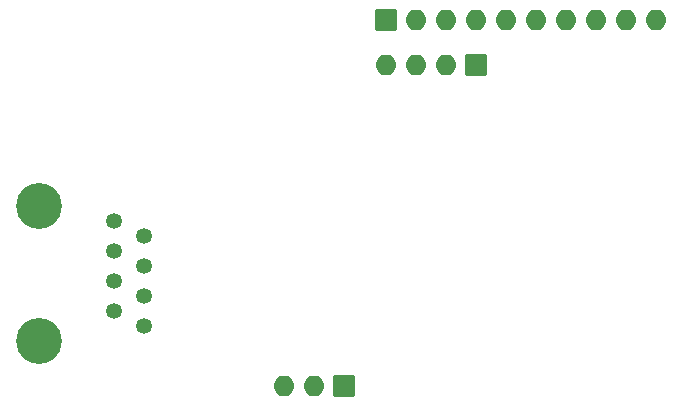
<source format=gbr>
%TF.GenerationSoftware,KiCad,Pcbnew,8.0.2*%
%TF.CreationDate,2024-05-12T14:55:06-05:00*%
%TF.ProjectId,GP2040-RE,47503230-3430-42d5-9245-2e6b69636164,rev?*%
%TF.SameCoordinates,Original*%
%TF.FileFunction,Soldermask,Bot*%
%TF.FilePolarity,Negative*%
%FSLAX46Y46*%
G04 Gerber Fmt 4.6, Leading zero omitted, Abs format (unit mm)*
G04 Created by KiCad (PCBNEW 8.0.2) date 2024-05-12 14:55:06*
%MOMM*%
%LPD*%
G01*
G04 APERTURE LIST*
G04 Aperture macros list*
%AMRoundRect*
0 Rectangle with rounded corners*
0 $1 Rounding radius*
0 $2 $3 $4 $5 $6 $7 $8 $9 X,Y pos of 4 corners*
0 Add a 4 corners polygon primitive as box body*
4,1,4,$2,$3,$4,$5,$6,$7,$8,$9,$2,$3,0*
0 Add four circle primitives for the rounded corners*
1,1,$1+$1,$2,$3*
1,1,$1+$1,$4,$5*
1,1,$1+$1,$6,$7*
1,1,$1+$1,$8,$9*
0 Add four rect primitives between the rounded corners*
20,1,$1+$1,$2,$3,$4,$5,0*
20,1,$1+$1,$4,$5,$6,$7,0*
20,1,$1+$1,$6,$7,$8,$9,0*
20,1,$1+$1,$8,$9,$2,$3,0*%
G04 Aperture macros list end*
%ADD10RoundRect,0.038100X-0.850000X0.850000X-0.850000X-0.850000X0.850000X-0.850000X0.850000X0.850000X0*%
%ADD11O,1.776200X1.776200*%
%ADD12RoundRect,0.038100X0.850000X-0.850000X0.850000X0.850000X-0.850000X0.850000X-0.850000X-0.850000X0*%
%ADD13C,1.346200*%
%ADD14C,3.886200*%
G04 APERTURE END LIST*
D10*
%TO.C,J4*%
X82042000Y-54356000D03*
D11*
X79502000Y-54356000D03*
X76962000Y-54356000D03*
X74422000Y-54356000D03*
%TD*%
D12*
%TO.C,J8*%
X74427000Y-50546000D03*
D11*
X76967000Y-50546000D03*
X79507000Y-50546000D03*
X82047000Y-50546000D03*
X84587000Y-50546000D03*
X87127000Y-50546000D03*
X89667000Y-50546000D03*
X92207000Y-50546000D03*
X94747000Y-50546000D03*
X97287000Y-50546000D03*
%TD*%
D13*
%TO.C,J7*%
X51447700Y-67589300D03*
X53987700Y-68859300D03*
X51447700Y-70129300D03*
X53987700Y-71399300D03*
X51447700Y-72669300D03*
X53987700Y-73939300D03*
X51447700Y-75209300D03*
X53987700Y-76479300D03*
D14*
X45097700Y-66319300D03*
X45097700Y-77749300D03*
%TD*%
D10*
%TO.C,J5*%
X70866000Y-81534000D03*
D11*
X68326000Y-81534000D03*
X65786000Y-81534000D03*
%TD*%
M02*

</source>
